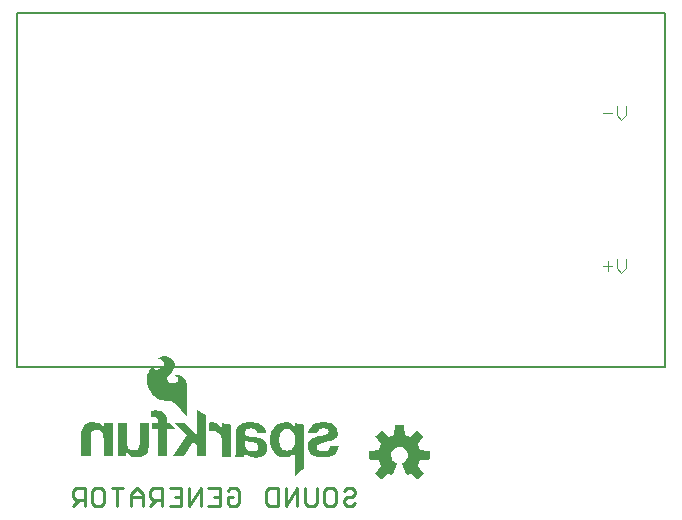
<source format=gbr>
G04 EAGLE Gerber RS-274X export*
G75*
%MOMM*%
%FSLAX34Y34*%
%LPD*%
%INSilkscreen Bottom*%
%IPPOS*%
%AMOC8*
5,1,8,0,0,1.08239X$1,22.5*%
G01*
%ADD10C,0.279400*%
%ADD11C,0.127000*%
%ADD12C,0.101600*%

G36*
X618727Y36716D02*
X618727Y36716D01*
X618835Y36726D01*
X618848Y36732D01*
X618862Y36734D01*
X618959Y36782D01*
X619058Y36827D01*
X619071Y36838D01*
X619080Y36842D01*
X619095Y36857D01*
X619172Y36920D01*
X623480Y41228D01*
X623543Y41316D01*
X623609Y41402D01*
X623614Y41415D01*
X623622Y41427D01*
X623653Y41530D01*
X623689Y41633D01*
X623689Y41647D01*
X623693Y41660D01*
X623689Y41768D01*
X623690Y41877D01*
X623685Y41890D01*
X623685Y41904D01*
X623647Y42005D01*
X623612Y42108D01*
X623603Y42123D01*
X623599Y42132D01*
X623585Y42149D01*
X623531Y42232D01*
X618717Y48135D01*
X619795Y50230D01*
X619802Y50249D01*
X619843Y50344D01*
X620561Y52588D01*
X628140Y53358D01*
X628244Y53386D01*
X628350Y53411D01*
X628362Y53418D01*
X628375Y53421D01*
X628465Y53482D01*
X628558Y53539D01*
X628566Y53550D01*
X628578Y53558D01*
X628644Y53644D01*
X628713Y53728D01*
X628717Y53741D01*
X628726Y53752D01*
X628760Y53855D01*
X628799Y53956D01*
X628800Y53974D01*
X628804Y53983D01*
X628803Y54004D01*
X628813Y54103D01*
X628813Y60197D01*
X628796Y60305D01*
X628782Y60412D01*
X628776Y60424D01*
X628774Y60438D01*
X628722Y60534D01*
X628675Y60631D01*
X628665Y60641D01*
X628659Y60653D01*
X628579Y60727D01*
X628503Y60804D01*
X628491Y60810D01*
X628481Y60820D01*
X628382Y60865D01*
X628284Y60913D01*
X628267Y60917D01*
X628258Y60921D01*
X628237Y60923D01*
X628140Y60942D01*
X620561Y61712D01*
X619843Y63956D01*
X619834Y63974D01*
X619795Y64070D01*
X618717Y66165D01*
X623531Y72069D01*
X623585Y72163D01*
X623642Y72255D01*
X623645Y72268D01*
X623652Y72280D01*
X623673Y72387D01*
X623698Y72492D01*
X623696Y72506D01*
X623699Y72520D01*
X623684Y72627D01*
X623674Y72735D01*
X623668Y72748D01*
X623666Y72762D01*
X623618Y72859D01*
X623573Y72958D01*
X623562Y72971D01*
X623558Y72980D01*
X623543Y72995D01*
X623480Y73072D01*
X619172Y77380D01*
X619084Y77443D01*
X618998Y77509D01*
X618985Y77514D01*
X618973Y77522D01*
X618870Y77553D01*
X618767Y77589D01*
X618753Y77589D01*
X618740Y77593D01*
X618632Y77589D01*
X618523Y77590D01*
X618510Y77585D01*
X618496Y77585D01*
X618395Y77547D01*
X618292Y77512D01*
X618277Y77503D01*
X618268Y77499D01*
X618251Y77485D01*
X618169Y77431D01*
X612265Y72617D01*
X610170Y73695D01*
X610151Y73702D01*
X610056Y73743D01*
X607812Y74461D01*
X607042Y82040D01*
X607014Y82144D01*
X606989Y82250D01*
X606982Y82262D01*
X606979Y82275D01*
X606918Y82365D01*
X606861Y82458D01*
X606850Y82466D01*
X606842Y82478D01*
X606756Y82544D01*
X606672Y82613D01*
X606659Y82617D01*
X606648Y82626D01*
X606545Y82660D01*
X606444Y82699D01*
X606426Y82700D01*
X606417Y82704D01*
X606396Y82703D01*
X606297Y82713D01*
X600203Y82713D01*
X600095Y82696D01*
X599988Y82682D01*
X599976Y82676D01*
X599962Y82674D01*
X599866Y82622D01*
X599769Y82575D01*
X599759Y82565D01*
X599747Y82559D01*
X599673Y82479D01*
X599596Y82403D01*
X599590Y82391D01*
X599580Y82381D01*
X599535Y82282D01*
X599487Y82184D01*
X599483Y82167D01*
X599479Y82158D01*
X599477Y82137D01*
X599458Y82040D01*
X598688Y74461D01*
X596444Y73743D01*
X596426Y73734D01*
X596330Y73695D01*
X594235Y72617D01*
X588332Y77431D01*
X588237Y77485D01*
X588145Y77542D01*
X588132Y77545D01*
X588120Y77552D01*
X588013Y77573D01*
X587908Y77598D01*
X587894Y77596D01*
X587880Y77599D01*
X587773Y77584D01*
X587665Y77574D01*
X587652Y77568D01*
X587639Y77566D01*
X587541Y77518D01*
X587442Y77473D01*
X587429Y77462D01*
X587420Y77458D01*
X587405Y77443D01*
X587328Y77380D01*
X583020Y73072D01*
X582957Y72984D01*
X582891Y72898D01*
X582886Y72885D01*
X582878Y72873D01*
X582847Y72770D01*
X582811Y72667D01*
X582811Y72653D01*
X582807Y72640D01*
X582811Y72532D01*
X582810Y72423D01*
X582815Y72410D01*
X582815Y72396D01*
X582853Y72295D01*
X582888Y72192D01*
X582897Y72177D01*
X582901Y72168D01*
X582915Y72151D01*
X582969Y72069D01*
X587783Y66165D01*
X586705Y64070D01*
X586698Y64051D01*
X586657Y63956D01*
X585939Y61712D01*
X578360Y60942D01*
X578256Y60914D01*
X578150Y60889D01*
X578138Y60882D01*
X578125Y60879D01*
X578035Y60818D01*
X577942Y60761D01*
X577934Y60750D01*
X577922Y60742D01*
X577856Y60656D01*
X577788Y60572D01*
X577783Y60559D01*
X577774Y60548D01*
X577740Y60445D01*
X577701Y60344D01*
X577700Y60326D01*
X577696Y60317D01*
X577697Y60296D01*
X577687Y60197D01*
X577687Y54103D01*
X577705Y53995D01*
X577718Y53888D01*
X577724Y53876D01*
X577726Y53862D01*
X577778Y53766D01*
X577825Y53669D01*
X577835Y53659D01*
X577841Y53647D01*
X577921Y53573D01*
X577997Y53496D01*
X578009Y53490D01*
X578020Y53480D01*
X578118Y53435D01*
X578216Y53387D01*
X578233Y53383D01*
X578242Y53379D01*
X578263Y53377D01*
X578360Y53358D01*
X585939Y52588D01*
X586657Y50344D01*
X586666Y50326D01*
X586705Y50230D01*
X587783Y48135D01*
X582969Y42232D01*
X582915Y42137D01*
X582858Y42045D01*
X582855Y42032D01*
X582848Y42020D01*
X582827Y41913D01*
X582802Y41808D01*
X582804Y41794D01*
X582801Y41780D01*
X582816Y41673D01*
X582826Y41565D01*
X582832Y41552D01*
X582834Y41539D01*
X582882Y41441D01*
X582927Y41342D01*
X582938Y41329D01*
X582942Y41320D01*
X582957Y41305D01*
X583020Y41228D01*
X587328Y36920D01*
X587416Y36857D01*
X587502Y36791D01*
X587515Y36786D01*
X587527Y36778D01*
X587630Y36747D01*
X587733Y36711D01*
X587747Y36711D01*
X587760Y36707D01*
X587868Y36711D01*
X587977Y36710D01*
X587990Y36715D01*
X588004Y36715D01*
X588105Y36753D01*
X588208Y36788D01*
X588223Y36797D01*
X588232Y36801D01*
X588249Y36815D01*
X588332Y36869D01*
X594235Y41683D01*
X596329Y40604D01*
X596382Y40587D01*
X596431Y40561D01*
X596497Y40550D01*
X596561Y40529D01*
X596617Y40530D01*
X596671Y40521D01*
X596738Y40532D01*
X596805Y40533D01*
X596857Y40551D01*
X596912Y40560D01*
X596971Y40592D01*
X597035Y40614D01*
X597079Y40649D01*
X597128Y40675D01*
X597173Y40724D01*
X597226Y40766D01*
X597257Y40813D01*
X597295Y40853D01*
X597351Y40958D01*
X597359Y40971D01*
X597360Y40976D01*
X597364Y40983D01*
X600952Y49645D01*
X600977Y49750D01*
X601005Y49855D01*
X601004Y49869D01*
X601008Y49883D01*
X600997Y49990D01*
X600991Y50098D01*
X600985Y50111D01*
X600984Y50126D01*
X600939Y50224D01*
X600899Y50324D01*
X600889Y50335D01*
X600883Y50348D01*
X600810Y50427D01*
X600739Y50508D01*
X600723Y50519D01*
X600716Y50526D01*
X600697Y50537D01*
X600616Y50591D01*
X599273Y51317D01*
X598166Y52252D01*
X597273Y53394D01*
X596631Y54695D01*
X596269Y56098D01*
X596202Y57546D01*
X596431Y58977D01*
X596948Y60332D01*
X597731Y61552D01*
X598746Y62586D01*
X599952Y63392D01*
X601296Y63934D01*
X602723Y64190D01*
X604172Y64149D01*
X605582Y63813D01*
X606894Y63197D01*
X608052Y62325D01*
X609008Y61235D01*
X609721Y59973D01*
X610161Y58592D01*
X610310Y57148D01*
X610175Y55773D01*
X609773Y54448D01*
X609120Y53228D01*
X608242Y52158D01*
X607173Y51280D01*
X605887Y50593D01*
X605800Y50526D01*
X605711Y50462D01*
X605703Y50452D01*
X605693Y50444D01*
X605632Y50353D01*
X605568Y50264D01*
X605565Y50252D01*
X605558Y50241D01*
X605529Y50135D01*
X605497Y50031D01*
X605498Y50018D01*
X605494Y50006D01*
X605502Y49896D01*
X605505Y49787D01*
X605510Y49771D01*
X605510Y49762D01*
X605518Y49743D01*
X605548Y49645D01*
X609136Y40983D01*
X609165Y40936D01*
X609186Y40884D01*
X609229Y40833D01*
X609265Y40776D01*
X609308Y40741D01*
X609344Y40698D01*
X609401Y40664D01*
X609453Y40621D01*
X609505Y40602D01*
X609553Y40573D01*
X609619Y40559D01*
X609682Y40535D01*
X609737Y40533D01*
X609792Y40522D01*
X609858Y40529D01*
X609925Y40527D01*
X609979Y40543D01*
X610034Y40550D01*
X610145Y40594D01*
X610159Y40598D01*
X610163Y40601D01*
X610171Y40604D01*
X612265Y41683D01*
X618169Y36869D01*
X618263Y36815D01*
X618355Y36758D01*
X618368Y36755D01*
X618380Y36748D01*
X618487Y36727D01*
X618592Y36702D01*
X618606Y36704D01*
X618620Y36701D01*
X618727Y36716D01*
G37*
G36*
X423100Y89996D02*
X423100Y89996D01*
X423102Y89995D01*
X423103Y89998D01*
X423105Y90000D01*
X423105Y117600D01*
X423105Y117601D01*
X422905Y119201D01*
X422904Y119201D01*
X422905Y119202D01*
X422405Y120602D01*
X422404Y120602D01*
X422405Y120602D01*
X421905Y121702D01*
X421904Y121702D01*
X421904Y121703D01*
X421204Y122703D01*
X421203Y122703D01*
X421203Y122704D01*
X420303Y123404D01*
X419403Y124004D01*
X419402Y124004D01*
X419402Y124005D01*
X418402Y124405D01*
X418401Y124405D01*
X417401Y124705D01*
X416301Y124905D01*
X416300Y124905D01*
X414600Y124905D01*
X414599Y124905D01*
X413899Y124805D01*
X413899Y124804D01*
X413898Y124805D01*
X413398Y124605D01*
X413099Y124505D01*
X412900Y124505D01*
X412895Y124501D01*
X412900Y124495D01*
X412998Y124495D01*
X413297Y124296D01*
X413298Y124296D01*
X413299Y124295D01*
X413698Y124195D01*
X414097Y123896D01*
X414597Y123596D01*
X415097Y123296D01*
X415496Y122897D01*
X415796Y122398D01*
X415995Y121799D01*
X415995Y121101D01*
X415795Y120502D01*
X415396Y119803D01*
X414897Y119204D01*
X414198Y118704D01*
X413298Y118305D01*
X412199Y118005D01*
X412139Y118009D01*
X412138Y118009D01*
X412059Y118014D01*
X411980Y118019D01*
X411979Y118019D01*
X411900Y118024D01*
X411821Y118029D01*
X411820Y118029D01*
X411741Y118034D01*
X411662Y118039D01*
X411661Y118039D01*
X411582Y118044D01*
X411503Y118049D01*
X411502Y118049D01*
X411423Y118054D01*
X411344Y118059D01*
X411343Y118059D01*
X411264Y118064D01*
X411185Y118068D01*
X411184Y118068D01*
X411105Y118073D01*
X411026Y118078D01*
X411025Y118078D01*
X410946Y118083D01*
X410867Y118088D01*
X410866Y118088D01*
X410787Y118093D01*
X410708Y118098D01*
X410707Y118098D01*
X410628Y118103D01*
X410601Y118105D01*
X409102Y118505D01*
X407903Y119204D01*
X407104Y120303D01*
X406605Y121501D01*
X406608Y121541D01*
X406609Y121556D01*
X406613Y121611D01*
X406614Y121625D01*
X406618Y121680D01*
X406619Y121695D01*
X406623Y121750D01*
X406624Y121765D01*
X406628Y121819D01*
X406629Y121834D01*
X406633Y121889D01*
X406634Y121904D01*
X406638Y121958D01*
X406639Y121973D01*
X406643Y122028D01*
X406644Y122043D01*
X406648Y122097D01*
X406648Y122098D01*
X406649Y122112D01*
X406653Y122167D01*
X406654Y122182D01*
X406658Y122237D01*
X406659Y122252D01*
X406663Y122306D01*
X406664Y122321D01*
X406668Y122376D01*
X406669Y122391D01*
X406673Y122445D01*
X406674Y122460D01*
X406677Y122515D01*
X406678Y122515D01*
X406677Y122515D01*
X406679Y122530D01*
X406682Y122584D01*
X406684Y122599D01*
X406687Y122654D01*
X406688Y122669D01*
X406689Y122669D01*
X406692Y122724D01*
X406693Y122738D01*
X406697Y122793D01*
X406698Y122808D01*
X406702Y122863D01*
X406703Y122878D01*
X406705Y122899D01*
X407304Y124397D01*
X408604Y125896D01*
X410304Y127596D01*
X410304Y127597D01*
X411604Y129397D01*
X412604Y131097D01*
X412604Y131098D01*
X412605Y131099D01*
X413005Y132899D01*
X413005Y132900D01*
X413005Y134600D01*
X413004Y134601D01*
X413005Y134602D01*
X412505Y136202D01*
X412504Y136202D01*
X412504Y136203D01*
X411404Y137803D01*
X411403Y137803D01*
X411403Y137804D01*
X409703Y139304D01*
X409702Y139304D01*
X409702Y139305D01*
X407402Y140405D01*
X407401Y140404D01*
X407401Y140405D01*
X405201Y140905D01*
X405200Y140905D01*
X405197Y140905D01*
X405098Y140900D01*
X405097Y140900D01*
X404999Y140895D01*
X404998Y140895D01*
X404899Y140890D01*
X404800Y140885D01*
X404799Y140885D01*
X404700Y140880D01*
X404601Y140875D01*
X404502Y140870D01*
X404501Y140870D01*
X404402Y140865D01*
X404303Y140860D01*
X404302Y140860D01*
X404204Y140855D01*
X404203Y140855D01*
X404104Y140850D01*
X404005Y140845D01*
X404004Y140845D01*
X403905Y140840D01*
X403806Y140835D01*
X403707Y140830D01*
X403706Y140830D01*
X403607Y140825D01*
X403508Y140820D01*
X403507Y140820D01*
X403409Y140815D01*
X403408Y140815D01*
X403309Y140810D01*
X403210Y140805D01*
X403209Y140805D01*
X403200Y140805D01*
X403199Y140805D01*
X401399Y140405D01*
X401398Y140404D01*
X401398Y140405D01*
X399898Y139705D01*
X399898Y139704D01*
X398698Y139104D01*
X398697Y139104D01*
X397897Y138504D01*
X397896Y138504D01*
X397696Y138304D01*
X397696Y138302D01*
X397695Y138301D01*
X397696Y138299D01*
X397696Y138297D01*
X397698Y138297D01*
X397700Y138295D01*
X397800Y138295D01*
X397801Y138296D01*
X397801Y138295D01*
X398201Y138395D01*
X398800Y138495D01*
X399500Y138495D01*
X400299Y138395D01*
X401198Y138095D01*
X401997Y137696D01*
X402696Y137097D01*
X403196Y136497D01*
X403496Y135998D01*
X403695Y135399D01*
X403695Y134201D01*
X403495Y133602D01*
X403096Y132903D01*
X402596Y132203D01*
X401996Y131604D01*
X401397Y131004D01*
X400697Y130504D01*
X399998Y130104D01*
X399198Y129705D01*
X398399Y129405D01*
X397700Y129305D01*
X397101Y129305D01*
X396403Y129604D01*
X395904Y130003D01*
X395605Y130602D01*
X395405Y131201D01*
X395405Y132299D01*
X395505Y132598D01*
X395504Y132599D01*
X395505Y132600D01*
X395505Y132800D01*
X395504Y132801D01*
X395505Y132802D01*
X395503Y132803D01*
X395501Y132805D01*
X395499Y132804D01*
X395497Y132804D01*
X393797Y131804D01*
X393797Y131803D01*
X393796Y131803D01*
X392196Y130103D01*
X390796Y127803D01*
X390796Y127802D01*
X390795Y127802D01*
X389795Y124902D01*
X389795Y124901D01*
X389295Y121701D01*
X389295Y121700D01*
X389495Y118200D01*
X389496Y118199D01*
X389495Y118199D01*
X390495Y114499D01*
X390496Y114498D01*
X392496Y110898D01*
X392496Y110897D01*
X393896Y109097D01*
X395396Y107497D01*
X395397Y107497D01*
X395397Y107496D01*
X397097Y106096D01*
X398997Y104896D01*
X398998Y104896D01*
X398998Y104895D01*
X400998Y104095D01*
X400999Y104095D01*
X403199Y103395D01*
X403199Y103396D01*
X403199Y103395D01*
X405599Y103095D01*
X405600Y103095D01*
X409399Y103095D01*
X410598Y102795D01*
X411597Y102296D01*
X412697Y101596D01*
X413697Y100696D01*
X414696Y99597D01*
X415896Y98297D01*
X417096Y96897D01*
X418296Y95597D01*
X420496Y93197D01*
X421396Y92197D01*
X422096Y91297D01*
X422696Y90597D01*
X422996Y90197D01*
X423096Y89998D01*
X423098Y89997D01*
X423099Y89995D01*
X423100Y89996D01*
G37*
G36*
X514501Y39097D02*
X514501Y39097D01*
X514503Y39096D01*
X515503Y39996D01*
X516503Y40796D01*
X517503Y41696D01*
X517504Y41696D01*
X518403Y42596D01*
X519403Y43396D01*
X520403Y44296D01*
X521303Y45096D01*
X522303Y45996D01*
X522304Y45999D01*
X522305Y46000D01*
X522305Y82900D01*
X522302Y82904D01*
X522301Y82905D01*
X520501Y83305D01*
X519501Y83405D01*
X518601Y83605D01*
X517701Y83705D01*
X516801Y83905D01*
X515801Y84105D01*
X514901Y84205D01*
X514895Y84201D01*
X514896Y84201D01*
X514895Y84200D01*
X514895Y80615D01*
X514104Y81703D01*
X514104Y81704D01*
X513204Y82604D01*
X513203Y82604D01*
X512303Y83404D01*
X511303Y84004D01*
X511302Y84004D01*
X511302Y84005D01*
X510202Y84405D01*
X509002Y84805D01*
X509001Y84804D01*
X509000Y84805D01*
X508967Y84808D01*
X508903Y84813D01*
X508902Y84813D01*
X508838Y84817D01*
X508773Y84822D01*
X508709Y84827D01*
X508644Y84832D01*
X508580Y84837D01*
X508515Y84842D01*
X508450Y84847D01*
X508386Y84852D01*
X508321Y84857D01*
X508257Y84862D01*
X508192Y84867D01*
X508127Y84872D01*
X508063Y84877D01*
X507998Y84882D01*
X507934Y84887D01*
X507869Y84892D01*
X507804Y84897D01*
X507740Y84902D01*
X507700Y84905D01*
X506500Y85005D01*
X503400Y84705D01*
X503399Y84704D01*
X503398Y84705D01*
X500698Y83805D01*
X500698Y83804D01*
X500697Y83804D01*
X498497Y82304D01*
X498497Y82303D01*
X498496Y82303D01*
X496696Y80403D01*
X495296Y78103D01*
X495296Y78102D01*
X495295Y78102D01*
X494395Y75602D01*
X494395Y75601D01*
X493795Y72801D01*
X493795Y72800D01*
X493595Y69800D01*
X493795Y67000D01*
X493795Y66999D01*
X494395Y64299D01*
X494396Y64299D01*
X494395Y64298D01*
X495295Y61898D01*
X495296Y61898D01*
X495296Y61897D01*
X496696Y59697D01*
X498396Y57797D01*
X498397Y57797D01*
X498397Y57796D01*
X500597Y56396D01*
X500598Y56396D01*
X500598Y56395D01*
X503098Y55495D01*
X503099Y55496D01*
X503100Y55495D01*
X506000Y55195D01*
X507300Y55295D01*
X507301Y55295D01*
X508501Y55495D01*
X509701Y55795D01*
X509702Y55796D01*
X509702Y55795D01*
X510802Y56295D01*
X510802Y56296D01*
X511902Y56896D01*
X511903Y56896D01*
X512903Y57596D01*
X512903Y57597D01*
X512904Y57597D01*
X513704Y58497D01*
X514495Y59486D01*
X514495Y39100D01*
X514496Y39099D01*
X514496Y39097D01*
X514498Y39097D01*
X514499Y39095D01*
X514501Y39097D01*
G37*
G36*
X482700Y55095D02*
X482700Y55095D01*
X482701Y55095D01*
X483701Y55195D01*
X485501Y55595D01*
X485502Y55595D01*
X486402Y55895D01*
X486402Y55896D01*
X487202Y56296D01*
X487902Y56696D01*
X487903Y56696D01*
X488603Y57196D01*
X489203Y57696D01*
X489203Y57697D01*
X489204Y57697D01*
X489704Y58397D01*
X490204Y58997D01*
X490204Y58998D01*
X490604Y59798D01*
X490605Y59798D01*
X490905Y60598D01*
X490905Y60599D01*
X491205Y61599D01*
X491305Y62499D01*
X491305Y62500D01*
X491405Y63600D01*
X491405Y63601D01*
X491105Y65801D01*
X491104Y65801D01*
X491105Y65802D01*
X490505Y67502D01*
X490504Y67502D01*
X490504Y67503D01*
X489604Y68903D01*
X489603Y68903D01*
X489603Y68904D01*
X488303Y70004D01*
X486903Y70904D01*
X486902Y70904D01*
X486902Y70905D01*
X485302Y71505D01*
X485301Y71505D01*
X483601Y71905D01*
X481801Y72205D01*
X480001Y72405D01*
X478301Y72605D01*
X476701Y72805D01*
X475401Y73205D01*
X474202Y73605D01*
X473303Y74104D01*
X472705Y74902D01*
X472605Y75900D01*
X472605Y76500D01*
X472705Y77099D01*
X472805Y77498D01*
X473204Y78298D01*
X473404Y78597D01*
X473703Y78896D01*
X474002Y79096D01*
X474402Y79295D01*
X474801Y79395D01*
X474802Y79396D01*
X475201Y79595D01*
X475600Y79595D01*
X475601Y79595D01*
X476601Y79795D01*
X478100Y79795D01*
X478699Y79695D01*
X479199Y79595D01*
X479599Y79495D01*
X480098Y79395D01*
X480498Y79196D01*
X480797Y78996D01*
X480798Y78996D01*
X481197Y78796D01*
X481796Y78197D01*
X482196Y77398D01*
X482395Y76998D01*
X482495Y76499D01*
X482496Y76499D01*
X482495Y76498D01*
X482695Y75999D01*
X482695Y75500D01*
X482699Y75495D01*
X482700Y75495D01*
X490500Y75495D01*
X490505Y75499D01*
X490504Y75500D01*
X490505Y75501D01*
X490305Y76801D01*
X490005Y78001D01*
X490004Y78002D01*
X490005Y78002D01*
X489605Y79002D01*
X489604Y79002D01*
X489104Y80002D01*
X489104Y80003D01*
X488504Y80903D01*
X487804Y81703D01*
X487803Y81703D01*
X487803Y81704D01*
X486003Y82904D01*
X486002Y82904D01*
X485102Y83404D01*
X484102Y83904D01*
X484101Y83905D01*
X481901Y84505D01*
X480701Y84705D01*
X480700Y84705D01*
X479600Y84805D01*
X478400Y84905D01*
X475000Y84905D01*
X474000Y84805D01*
X473999Y84805D01*
X471799Y84405D01*
X470799Y84205D01*
X469799Y83905D01*
X469798Y83904D01*
X469798Y83905D01*
X468898Y83505D01*
X468898Y83504D01*
X467998Y83004D01*
X467997Y83004D01*
X467197Y82404D01*
X466497Y81804D01*
X466497Y81803D01*
X466496Y81803D01*
X465896Y81003D01*
X465396Y80203D01*
X465396Y80202D01*
X465395Y80201D01*
X465095Y79201D01*
X464795Y78101D01*
X464796Y78100D01*
X464795Y78100D01*
X464795Y61201D01*
X464695Y60701D01*
X464695Y60700D01*
X464695Y59401D01*
X464595Y58901D01*
X464595Y58900D01*
X464595Y58501D01*
X464295Y57301D01*
X464296Y57300D01*
X464295Y57300D01*
X464295Y57001D01*
X464196Y56702D01*
X463996Y56403D01*
X463996Y56402D01*
X463995Y56402D01*
X463895Y56102D01*
X463796Y55902D01*
X463796Y55901D01*
X463795Y55901D01*
X463796Y55899D01*
X463797Y55896D01*
X463799Y55896D01*
X463800Y55895D01*
X471700Y55895D01*
X471705Y55899D01*
X471705Y55900D01*
X471705Y56098D01*
X471804Y56196D01*
X471804Y56199D01*
X471805Y56200D01*
X471805Y56399D01*
X471904Y56597D01*
X472004Y56696D01*
X472004Y56698D01*
X472005Y56699D01*
X472005Y56700D01*
X472005Y57098D01*
X472104Y57196D01*
X472104Y57199D01*
X472105Y57200D01*
X472105Y57599D01*
X472204Y57798D01*
X472204Y57799D01*
X472205Y57800D01*
X472205Y58590D01*
X472697Y58196D01*
X473196Y57696D01*
X473197Y57696D01*
X473697Y57296D01*
X474197Y56996D01*
X474198Y56996D01*
X475998Y56096D01*
X475998Y56095D01*
X477198Y55695D01*
X477199Y55696D01*
X477199Y55695D01*
X477799Y55595D01*
X478499Y55395D01*
X479099Y55295D01*
X479799Y55195D01*
X479800Y55195D01*
X480400Y55195D01*
X481099Y55095D01*
X481100Y55095D01*
X482700Y55095D01*
X482700Y55095D01*
G37*
G36*
X420602Y55997D02*
X420602Y55997D01*
X420604Y55997D01*
X428401Y68592D01*
X431395Y65698D01*
X431395Y56000D01*
X431399Y55995D01*
X431400Y55995D01*
X439200Y55995D01*
X439205Y55999D01*
X439205Y56000D01*
X439205Y90700D01*
X439203Y90702D01*
X439202Y90704D01*
X431402Y95004D01*
X431401Y95004D01*
X431401Y95005D01*
X431400Y95005D01*
X431399Y95004D01*
X431396Y95003D01*
X431396Y95001D01*
X431395Y95000D01*
X431395Y74112D01*
X421604Y84203D01*
X421601Y84204D01*
X421600Y84205D01*
X412400Y84205D01*
X412399Y84204D01*
X412397Y84204D01*
X412397Y84202D01*
X412395Y84201D01*
X412397Y84199D01*
X412397Y84196D01*
X423094Y73799D01*
X411196Y56003D01*
X411196Y56001D01*
X411195Y56001D01*
X411196Y55999D01*
X411197Y55996D01*
X411199Y55997D01*
X411200Y55995D01*
X420600Y55995D01*
X420602Y55997D01*
G37*
G36*
X341705Y55999D02*
X341705Y55999D01*
X341705Y56000D01*
X341705Y71900D01*
X341805Y73599D01*
X342005Y74999D01*
X342305Y76198D01*
X342804Y77197D01*
X343503Y77896D01*
X344402Y78395D01*
X345401Y78795D01*
X346700Y78895D01*
X348099Y78795D01*
X349398Y78395D01*
X350397Y77796D01*
X351296Y76997D01*
X351895Y75898D01*
X352295Y74499D01*
X352595Y72799D01*
X352695Y70800D01*
X352695Y56000D01*
X352699Y55995D01*
X352700Y55995D01*
X360500Y55995D01*
X360505Y55999D01*
X360505Y56000D01*
X360505Y80700D01*
X360405Y84200D01*
X360400Y84205D01*
X353000Y84205D01*
X352995Y84201D01*
X352995Y84200D01*
X352995Y80305D01*
X352903Y80305D01*
X352104Y81403D01*
X351204Y82403D01*
X351203Y82403D01*
X351203Y82404D01*
X350203Y83204D01*
X349103Y83904D01*
X349102Y83904D01*
X349102Y83905D01*
X347902Y84405D01*
X347901Y84404D01*
X347901Y84405D01*
X346701Y84705D01*
X345501Y84905D01*
X345500Y84905D01*
X344300Y85005D01*
X344266Y85003D01*
X344197Y84998D01*
X344127Y84993D01*
X344058Y84988D01*
X343988Y84983D01*
X343919Y84978D01*
X343849Y84973D01*
X343779Y84968D01*
X343710Y84963D01*
X343640Y84958D01*
X343571Y84953D01*
X343501Y84948D01*
X343432Y84943D01*
X343362Y84938D01*
X343293Y84933D01*
X343292Y84933D01*
X343223Y84928D01*
X343153Y84923D01*
X343084Y84918D01*
X343014Y84913D01*
X342945Y84908D01*
X342875Y84903D01*
X342806Y84898D01*
X342736Y84893D01*
X342666Y84888D01*
X342597Y84883D01*
X342527Y84878D01*
X342458Y84873D01*
X342388Y84868D01*
X342319Y84863D01*
X342249Y84859D01*
X342180Y84854D01*
X342179Y84854D01*
X342110Y84849D01*
X342040Y84844D01*
X341971Y84839D01*
X341901Y84834D01*
X341832Y84829D01*
X341762Y84824D01*
X341693Y84819D01*
X341623Y84814D01*
X341553Y84809D01*
X341500Y84805D01*
X341499Y84805D01*
X339199Y84205D01*
X339198Y84204D01*
X337398Y83204D01*
X337397Y83203D01*
X337396Y83204D01*
X335996Y81804D01*
X335996Y81803D01*
X334996Y80103D01*
X334996Y80102D01*
X334995Y80101D01*
X334395Y78101D01*
X333995Y75901D01*
X333995Y75900D01*
X333895Y73400D01*
X333895Y56000D01*
X333899Y55995D01*
X333900Y55995D01*
X341700Y55995D01*
X341705Y55999D01*
G37*
G36*
X383600Y55395D02*
X383600Y55395D01*
X383601Y55396D01*
X383601Y55395D01*
X385901Y55995D01*
X385902Y55996D01*
X387702Y56996D01*
X387703Y56997D01*
X387704Y56996D01*
X389104Y58396D01*
X389104Y58397D01*
X389104Y58398D01*
X390004Y60098D01*
X390005Y60098D01*
X390705Y62098D01*
X390704Y62099D01*
X390705Y62099D01*
X391005Y64299D01*
X391005Y64300D01*
X391105Y66800D01*
X391105Y84200D01*
X391101Y84205D01*
X391100Y84205D01*
X383400Y84205D01*
X383395Y84201D01*
X383395Y84200D01*
X383395Y68300D01*
X383295Y66601D01*
X383095Y65201D01*
X382695Y64002D01*
X382196Y63003D01*
X381597Y62304D01*
X380698Y61705D01*
X379599Y61405D01*
X378400Y61305D01*
X378376Y61307D01*
X378302Y61312D01*
X378301Y61312D01*
X378227Y61317D01*
X378153Y61322D01*
X378152Y61322D01*
X378078Y61326D01*
X378003Y61331D01*
X377929Y61336D01*
X377854Y61341D01*
X377780Y61346D01*
X377705Y61351D01*
X377631Y61356D01*
X377556Y61361D01*
X377482Y61366D01*
X377407Y61371D01*
X377333Y61376D01*
X377258Y61381D01*
X377184Y61386D01*
X377183Y61386D01*
X377109Y61391D01*
X377035Y61396D01*
X377034Y61396D01*
X376960Y61401D01*
X376901Y61405D01*
X375702Y61805D01*
X374603Y62404D01*
X373804Y63203D01*
X373205Y64302D01*
X372705Y65701D01*
X372405Y67400D01*
X372405Y84200D01*
X372401Y84205D01*
X372400Y84205D01*
X364600Y84205D01*
X364595Y84201D01*
X364595Y84200D01*
X364595Y59500D01*
X364695Y56000D01*
X364700Y55995D01*
X372100Y55995D01*
X372105Y55999D01*
X372105Y56000D01*
X372105Y59885D01*
X372896Y58797D01*
X372897Y58797D01*
X372896Y58796D01*
X373896Y57796D01*
X373897Y57796D01*
X374897Y56996D01*
X375997Y56296D01*
X375998Y56296D01*
X375998Y56295D01*
X377098Y55795D01*
X377099Y55796D01*
X377099Y55795D01*
X378299Y55495D01*
X379599Y55295D01*
X379600Y55295D01*
X380800Y55195D01*
X383600Y55395D01*
G37*
G36*
X540800Y55295D02*
X540800Y55295D01*
X540801Y55295D01*
X543201Y55695D01*
X543202Y55695D01*
X545402Y56395D01*
X545402Y56396D01*
X547402Y57396D01*
X547403Y57396D01*
X549103Y58696D01*
X549103Y58697D01*
X549104Y58697D01*
X550404Y60397D01*
X550404Y60398D01*
X550405Y60398D01*
X551305Y62598D01*
X551304Y62599D01*
X551305Y62599D01*
X551705Y65099D01*
X551704Y65100D01*
X551701Y65105D01*
X551701Y65104D01*
X551700Y65105D01*
X544300Y65105D01*
X544295Y65101D01*
X544295Y65100D01*
X544195Y64001D01*
X543796Y63003D01*
X543196Y62203D01*
X542397Y61504D01*
X541498Y61005D01*
X540499Y60705D01*
X539499Y60505D01*
X538300Y60405D01*
X537501Y60405D01*
X536601Y60605D01*
X535802Y60805D01*
X535002Y61204D01*
X534303Y61604D01*
X533704Y62303D01*
X533405Y63101D01*
X533205Y64000D01*
X533405Y64798D01*
X533804Y65497D01*
X534603Y66096D01*
X535602Y66596D01*
X536802Y67095D01*
X538301Y67495D01*
X540101Y67895D01*
X543701Y68795D01*
X545401Y69295D01*
X545402Y69296D01*
X545402Y69295D01*
X546902Y69895D01*
X546902Y69896D01*
X548202Y70596D01*
X548203Y70596D01*
X549403Y71596D01*
X549403Y71597D01*
X549404Y71597D01*
X550304Y72797D01*
X550304Y72798D01*
X550305Y72798D01*
X550805Y74198D01*
X550804Y74199D01*
X550805Y74199D01*
X551005Y75899D01*
X551004Y75900D01*
X551005Y75901D01*
X550705Y78401D01*
X550704Y78401D01*
X550705Y78402D01*
X550005Y80402D01*
X550004Y80402D01*
X550004Y80403D01*
X548704Y82003D01*
X548703Y82003D01*
X548703Y82004D01*
X547103Y83204D01*
X547102Y83204D01*
X547102Y83205D01*
X545302Y84005D01*
X545302Y84004D01*
X545301Y84005D01*
X543201Y84605D01*
X541001Y84905D01*
X541000Y84905D01*
X540927Y84908D01*
X540813Y84913D01*
X540699Y84918D01*
X540698Y84918D01*
X540585Y84923D01*
X540584Y84923D01*
X540470Y84928D01*
X540356Y84933D01*
X540242Y84938D01*
X540241Y84938D01*
X540127Y84943D01*
X540013Y84948D01*
X539899Y84953D01*
X539898Y84953D01*
X539785Y84958D01*
X539784Y84958D01*
X539670Y84963D01*
X539556Y84968D01*
X539442Y84973D01*
X539441Y84973D01*
X539328Y84978D01*
X539327Y84978D01*
X539213Y84983D01*
X539099Y84988D01*
X539098Y84988D01*
X538985Y84993D01*
X538984Y84993D01*
X538870Y84998D01*
X538756Y85003D01*
X538700Y85005D01*
X538644Y85003D01*
X538530Y84998D01*
X538416Y84993D01*
X538415Y84993D01*
X538302Y84988D01*
X538301Y84988D01*
X538187Y84983D01*
X538073Y84978D01*
X537959Y84973D01*
X537958Y84973D01*
X537844Y84968D01*
X537730Y84963D01*
X537616Y84958D01*
X537615Y84958D01*
X537502Y84953D01*
X537501Y84953D01*
X537387Y84948D01*
X537273Y84943D01*
X537159Y84938D01*
X537158Y84938D01*
X537045Y84933D01*
X537044Y84933D01*
X536930Y84928D01*
X536816Y84923D01*
X536815Y84923D01*
X536702Y84918D01*
X536701Y84918D01*
X536587Y84913D01*
X536473Y84908D01*
X536400Y84905D01*
X536399Y84905D01*
X534299Y84605D01*
X532199Y84005D01*
X532198Y84004D01*
X530398Y83104D01*
X530397Y83104D01*
X528797Y81904D01*
X528797Y81903D01*
X528796Y81903D01*
X527596Y80303D01*
X527596Y80302D01*
X526696Y78402D01*
X526696Y78401D01*
X526695Y78401D01*
X526195Y76001D01*
X526196Y76000D01*
X526198Y75995D01*
X526199Y75996D01*
X526200Y75995D01*
X533600Y75995D01*
X533604Y75998D01*
X533605Y75999D01*
X533805Y76998D01*
X534204Y77797D01*
X534704Y78497D01*
X535303Y78996D01*
X536102Y79395D01*
X537001Y79595D01*
X537901Y79795D01*
X539600Y79795D01*
X540399Y79695D01*
X541099Y79595D01*
X541798Y79395D01*
X542397Y78996D01*
X542796Y78597D01*
X543095Y77998D01*
X543295Y77200D01*
X543095Y76202D01*
X542497Y75504D01*
X541598Y74904D01*
X540498Y74405D01*
X539199Y74005D01*
X537699Y73705D01*
X536099Y73305D01*
X534399Y73005D01*
X532799Y72505D01*
X531099Y72005D01*
X531098Y72005D01*
X529598Y71405D01*
X529598Y71404D01*
X529597Y71404D01*
X528297Y70604D01*
X527097Y69604D01*
X527097Y69603D01*
X527096Y69603D01*
X526196Y68303D01*
X526196Y68302D01*
X526195Y68302D01*
X525695Y66802D01*
X525696Y66801D01*
X525695Y66801D01*
X525495Y65001D01*
X525496Y65000D01*
X525495Y64999D01*
X525795Y62499D01*
X525796Y62499D01*
X525795Y62498D01*
X526595Y60398D01*
X526596Y60398D01*
X526596Y60397D01*
X527896Y58697D01*
X527897Y58697D01*
X527897Y58696D01*
X529497Y57296D01*
X529498Y57296D01*
X531498Y56296D01*
X531499Y56295D01*
X533699Y55695D01*
X535999Y55295D01*
X536000Y55295D01*
X538400Y55195D01*
X540800Y55295D01*
G37*
G36*
X406505Y55999D02*
X406505Y55999D01*
X406505Y56000D01*
X406505Y78995D01*
X414200Y78995D01*
X414201Y78996D01*
X414203Y78996D01*
X414203Y78998D01*
X414205Y78999D01*
X414203Y79001D01*
X414204Y79004D01*
X413504Y79704D01*
X413503Y79704D01*
X412804Y80304D01*
X412204Y81003D01*
X412203Y81003D01*
X412203Y81004D01*
X411504Y81604D01*
X410904Y82303D01*
X410903Y82303D01*
X410903Y82304D01*
X410204Y82904D01*
X408904Y84204D01*
X408901Y84204D01*
X408900Y84205D01*
X406505Y84205D01*
X406505Y86400D01*
X406405Y88200D01*
X406404Y88201D01*
X406405Y88201D01*
X405905Y89901D01*
X405904Y89902D01*
X405204Y91302D01*
X405204Y91303D01*
X404204Y92603D01*
X404203Y92603D01*
X404203Y92604D01*
X402803Y93604D01*
X402802Y93604D01*
X401202Y94404D01*
X401201Y94404D01*
X401201Y94405D01*
X399301Y94805D01*
X399300Y94805D01*
X397000Y95005D01*
X395500Y95005D01*
X395499Y95005D01*
X395000Y94905D01*
X393900Y94905D01*
X393899Y94905D01*
X393400Y94805D01*
X392900Y94805D01*
X392895Y94801D01*
X392895Y94800D01*
X392895Y89000D01*
X392895Y88999D01*
X392896Y88999D01*
X392899Y88995D01*
X392900Y88996D01*
X392901Y88995D01*
X393301Y89095D01*
X395100Y89095D01*
X395101Y89096D01*
X395102Y89095D01*
X395401Y89195D01*
X395800Y89195D01*
X396499Y89095D01*
X397099Y88995D01*
X397697Y88796D01*
X398096Y88397D01*
X398396Y87998D01*
X398595Y87399D01*
X398695Y86700D01*
X398695Y84205D01*
X393400Y84205D01*
X393395Y84201D01*
X393395Y84200D01*
X393395Y79000D01*
X393399Y78995D01*
X393400Y78995D01*
X398695Y78995D01*
X398695Y56000D01*
X398699Y55995D01*
X398700Y55995D01*
X406500Y55995D01*
X406505Y55999D01*
G37*
G36*
X460505Y55899D02*
X460505Y55899D01*
X460505Y55900D01*
X460505Y79500D01*
X460405Y82900D01*
X460402Y82904D01*
X460401Y82905D01*
X459501Y83105D01*
X458501Y83205D01*
X456701Y83605D01*
X455801Y83705D01*
X454901Y83905D01*
X453901Y84105D01*
X453001Y84205D01*
X452995Y84201D01*
X452996Y84201D01*
X452995Y84200D01*
X452995Y79020D01*
X452304Y80302D01*
X452304Y80303D01*
X451504Y81403D01*
X451504Y81404D01*
X450504Y82404D01*
X450503Y82404D01*
X449303Y83304D01*
X448103Y84004D01*
X448102Y84004D01*
X448102Y84005D01*
X446802Y84605D01*
X446801Y84604D01*
X446801Y84605D01*
X445401Y84905D01*
X445400Y84905D01*
X445362Y84908D01*
X445361Y84908D01*
X445287Y84913D01*
X445213Y84918D01*
X445212Y84918D01*
X445138Y84922D01*
X445063Y84927D01*
X444989Y84932D01*
X444914Y84937D01*
X444840Y84942D01*
X444765Y84947D01*
X444691Y84952D01*
X444616Y84957D01*
X444542Y84962D01*
X444467Y84967D01*
X444393Y84972D01*
X444318Y84977D01*
X444244Y84982D01*
X444243Y84982D01*
X444169Y84987D01*
X444095Y84992D01*
X444094Y84992D01*
X444020Y84997D01*
X443945Y85002D01*
X443900Y85005D01*
X443300Y85005D01*
X443299Y85004D01*
X443298Y85004D01*
X443099Y84905D01*
X442900Y84905D01*
X442899Y84904D01*
X442898Y84905D01*
X442599Y84805D01*
X442400Y84805D01*
X442399Y84804D01*
X442398Y84804D01*
X442198Y84704D01*
X442197Y84701D01*
X442195Y84700D01*
X442195Y77500D01*
X442195Y77499D01*
X442197Y77498D01*
X442199Y77495D01*
X442200Y77496D01*
X442202Y77495D01*
X442501Y77595D01*
X442800Y77595D01*
X442801Y77596D01*
X442801Y77595D01*
X443201Y77695D01*
X443900Y77695D01*
X443901Y77696D01*
X443901Y77695D01*
X444301Y77795D01*
X445000Y77795D01*
X446999Y77595D01*
X448598Y77095D01*
X449997Y76196D01*
X450996Y75097D01*
X451795Y73798D01*
X452295Y72199D01*
X452595Y70499D01*
X452695Y68700D01*
X452695Y55900D01*
X452699Y55895D01*
X452700Y55895D01*
X460500Y55895D01*
X460505Y55899D01*
G37*
%LPC*%
G36*
X506301Y61205D02*
X506301Y61205D01*
X504903Y61804D01*
X503703Y62704D01*
X502804Y63803D01*
X502205Y65202D01*
X501705Y66701D01*
X501505Y68300D01*
X501405Y70000D01*
X501505Y71699D01*
X501705Y73399D01*
X502205Y74898D01*
X502904Y76297D01*
X503804Y77496D01*
X505002Y78396D01*
X506401Y78895D01*
X508200Y79095D01*
X509899Y78895D01*
X511398Y78396D01*
X512496Y77497D01*
X513396Y76297D01*
X514095Y74898D01*
X514495Y73399D01*
X514795Y71699D01*
X514895Y70000D01*
X514795Y68301D01*
X514495Y66701D01*
X514095Y65202D01*
X513396Y63803D01*
X512497Y62704D01*
X511297Y61804D01*
X509799Y61205D01*
X508100Y61005D01*
X506301Y61205D01*
G37*
%LPD*%
%LPC*%
G36*
X477800Y60405D02*
X477800Y60405D01*
X476801Y60605D01*
X476002Y60805D01*
X475302Y61204D01*
X474703Y61504D01*
X474204Y62003D01*
X473804Y62503D01*
X473404Y63003D01*
X473205Y63502D01*
X473204Y63502D01*
X472905Y64102D01*
X472805Y64601D01*
X472605Y65600D01*
X472605Y69788D01*
X472796Y69596D01*
X472797Y69596D01*
X473397Y69196D01*
X473398Y69196D01*
X473399Y69195D01*
X474199Y68995D01*
X474498Y68895D01*
X474499Y68895D01*
X474999Y68795D01*
X475799Y68595D01*
X475800Y68595D01*
X476299Y68595D01*
X476699Y68495D01*
X477199Y68395D01*
X477200Y68395D01*
X477600Y68395D01*
X478099Y68295D01*
X478599Y68195D01*
X478999Y68095D01*
X479499Y67995D01*
X480698Y67695D01*
X481098Y67496D01*
X481099Y67496D01*
X481099Y67495D01*
X481498Y67395D01*
X481898Y67196D01*
X482197Y66996D01*
X482796Y66397D01*
X483196Y65798D01*
X483395Y65398D01*
X483495Y64999D01*
X483595Y64500D01*
X483595Y63501D01*
X483495Y63001D01*
X483395Y62602D01*
X483196Y62202D01*
X482796Y61603D01*
X482497Y61304D01*
X482198Y61104D01*
X481798Y60905D01*
X481498Y60805D01*
X481498Y60804D01*
X481098Y60605D01*
X480699Y60505D01*
X480200Y60405D01*
X477800Y60405D01*
G37*
%LPD*%
D10*
X555891Y26596D02*
X558391Y29096D01*
X563390Y29096D01*
X565890Y26596D01*
X565890Y24096D01*
X563390Y21596D01*
X558391Y21596D01*
X555891Y19097D01*
X555891Y16597D01*
X558391Y14097D01*
X563390Y14097D01*
X565890Y16597D01*
X547019Y29096D02*
X542019Y29096D01*
X547019Y29096D02*
X549518Y26596D01*
X549518Y16597D01*
X547019Y14097D01*
X542019Y14097D01*
X539519Y16597D01*
X539519Y26596D01*
X542019Y29096D01*
X533147Y29096D02*
X533147Y16597D01*
X530647Y14097D01*
X525647Y14097D01*
X523148Y16597D01*
X523148Y29096D01*
X516775Y29096D02*
X516775Y14097D01*
X506776Y14097D02*
X516775Y29096D01*
X506776Y29096D02*
X506776Y14097D01*
X500404Y14097D02*
X500404Y29096D01*
X500404Y14097D02*
X492904Y14097D01*
X490405Y16597D01*
X490405Y26596D01*
X492904Y29096D01*
X500404Y29096D01*
X460161Y29096D02*
X457661Y26596D01*
X460161Y29096D02*
X465161Y29096D01*
X467661Y26596D01*
X467661Y16597D01*
X465161Y14097D01*
X460161Y14097D01*
X457661Y16597D01*
X457661Y21596D01*
X462661Y21596D01*
X451289Y29096D02*
X441290Y29096D01*
X451289Y29096D02*
X451289Y14097D01*
X441290Y14097D01*
X446289Y21596D02*
X451289Y21596D01*
X434917Y14097D02*
X434917Y29096D01*
X424918Y14097D01*
X424918Y29096D01*
X418546Y29096D02*
X408547Y29096D01*
X418546Y29096D02*
X418546Y14097D01*
X408547Y14097D01*
X413546Y21596D02*
X418546Y21596D01*
X402174Y14097D02*
X402174Y29096D01*
X394675Y29096D01*
X392175Y26596D01*
X392175Y21596D01*
X394675Y19097D01*
X402174Y19097D01*
X397175Y19097D02*
X392175Y14097D01*
X385803Y14097D02*
X385803Y24096D01*
X380803Y29096D01*
X375804Y24096D01*
X375804Y14097D01*
X375804Y21596D02*
X385803Y21596D01*
X364432Y14097D02*
X364432Y29096D01*
X369431Y29096D02*
X359432Y29096D01*
X350560Y29096D02*
X345560Y29096D01*
X350560Y29096D02*
X353060Y26596D01*
X353060Y16597D01*
X350560Y14097D01*
X345560Y14097D01*
X343060Y16597D01*
X343060Y26596D01*
X345560Y29096D01*
X336688Y29096D02*
X336688Y14097D01*
X336688Y29096D02*
X329189Y29096D01*
X326689Y26596D01*
X326689Y21596D01*
X329189Y19097D01*
X336688Y19097D01*
X331688Y19097D02*
X326689Y14097D01*
D11*
X279400Y132080D02*
X279400Y431800D01*
X279400Y132080D02*
X828040Y132080D01*
X828040Y431800D01*
X279400Y431800D01*
D12*
X795040Y223022D02*
X795040Y215226D01*
X791142Y211328D01*
X787244Y215226D01*
X787244Y223022D01*
X783346Y217175D02*
X775550Y217175D01*
X779448Y221073D02*
X779448Y213277D01*
X795040Y344766D02*
X795040Y352562D01*
X795040Y344766D02*
X791142Y340868D01*
X787244Y344766D01*
X787244Y352562D01*
X783346Y346715D02*
X775550Y346715D01*
M02*

</source>
